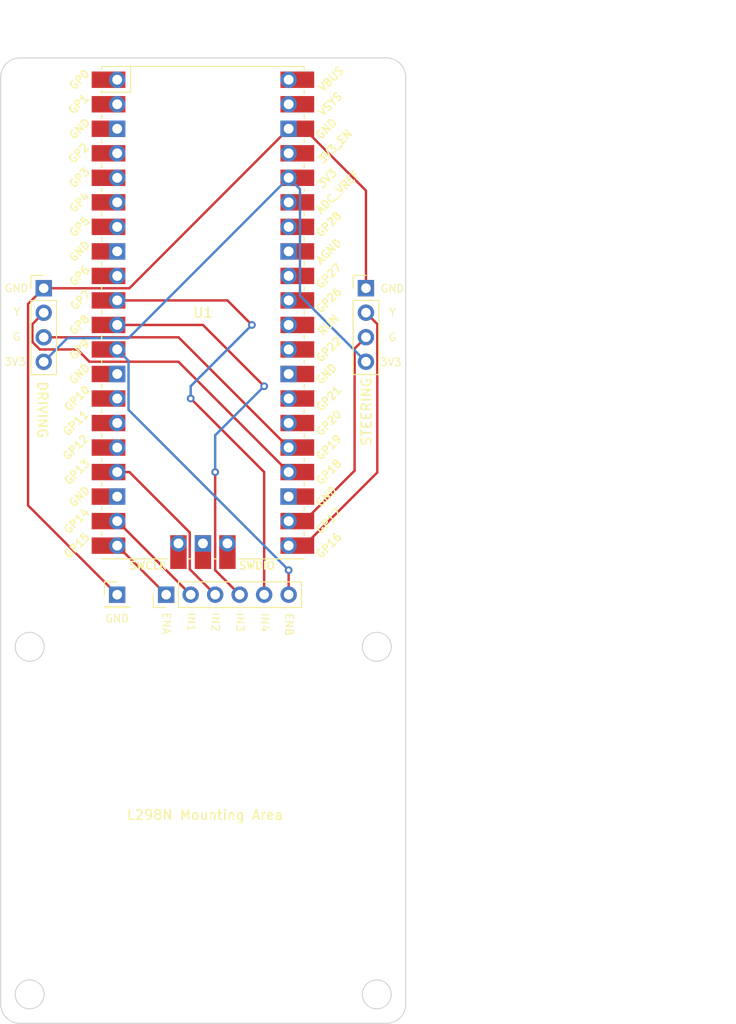
<source format=kicad_pcb>
(kicad_pcb (version 20221018) (generator pcbnew)
  (layers (0 "F.Cu" signal) (31 "B.Cu" signal) (34 "B.Paste" user) (35 "F.Paste" user) (36 "B.SilkS" user "B.Silkscreen") (37 "F.SilkS" user "F.Silkscreen") (38 "B.Mask" user) (39 "F.Mask" user) (44 "Edge.Cuts" user))
  (net 0 "")
  (net 1 "/ENA")
  (net 2 "/IN1")
  (net 3 "/IN2")
  (net 4 "/IN3")
  (net 5 "/IN4")
  (net 6 "/ENB")
  (net 7 "GND")
  (net 8 "Net-(J2-Pin_3)")
  (net 9 "+3.3V")
  (net 41 "Net-(J2-Pin_2)")
  (net 42 "Net-(J1-Pin_2)")
  (net 43 "Net-(J1-Pin_3)")
  (footprint "RPi_Pico:RPi_Pico_SMD_TH" (layer "F.Cu") (at 140.97 72.39)
    (fp_text reference "U1" (at 0 0) (layer "F.SilkS"))
    (fp_text value "Pico")
    (fp_text user "VBUS" (at 13.3 -24.2 45) (layer "F.SilkS") (effects (font (size 0.8 0.8))))
    (fp_text user "GND" (at 12.8 19.05 45) (layer "F.SilkS") (effects (font (size 0.8 0.8))))
    (fp_text user "GP11" (at -13.2 11.43 45) (layer "F.SilkS") (effects (font (size 0.8 0.8))))
    (fp_text user "RUN" (at 13 1.27 45) (layer "F.SilkS") (effects (font (size 0.8 0.8))))
    (fp_text user "GP8" (at -12.8 1.27 45) (layer "F.SilkS") (effects (font (size 0.8 0.8))))
    (fp_text user "GND" (at -12.8 6.35 45) (layer "F.SilkS") (effects (font (size 0.8 0.8))))
    (fp_text user "GP18" (at 13.054 16.51 45) (layer "F.SilkS") (effects (font (size 0.8 0.8))))
    (fp_text user "3V3" (at 12.9 -13.9 45) (layer "F.SilkS") (effects (font (size 0.8 0.8))))
    (fp_text user "AGND" (at 13.054 -6.35 45) (layer "F.SilkS") (effects (font (size 0.8 0.8))))
    (fp_text user "GP21" (at 13.054 8.9 45) (layer "F.SilkS") (effects (font (size 0.8 0.8))))
    (fp_text user "GP4" (at -12.8 -11.43 45) (layer "F.SilkS") (effects (font (size 0.8 0.8))))
    (fp_text user "GP7" (at -12.7 -1.3 45) (layer "F.SilkS") (effects (font (size 0.8 0.8))))
    (fp_text user "GND" (at -12.8 -6.35 45) (layer "F.SilkS") (effects (font (size 0.8 0.8))))
    (fp_text user "GP27" (at 13.054 -3.8 45) (layer "F.SilkS") (effects (font (size 0.8 0.8))))
    (fp_text user "GND" (at -12.8 -19.05 45) (layer "F.SilkS") (effects (font (size 0.8 0.8))))
    (fp_text user "GP9" (at -12.8 3.81 45) (layer "F.SilkS") (effects (font (size 0.8 0.8))))
    (fp_text user "ADC_VREF" (at 14 -12.5 45) (layer "F.SilkS") (effects (font (size 0.8 0.8))))
    (fp_text user "GP26" (at 13.054 -1.27 45) (layer "F.SilkS") (effects (font (size 0.8 0.8))))
    (fp_text user "GP15" (at -13.054 24.13 45) (layer "F.SilkS") (effects (font (size 0.8 0.8))))
    (fp_text user "GP13" (at -13.054 16.51 45) (layer "F.SilkS") (effects (font (size 0.8 0.8))))
    (fp_text user "GP22" (at 13.054 3.81 45) (layer "F.SilkS") (effects (font (size 0.8 0.8))))
    (fp_text user "GP19" (at 13.054 13.97 45) (layer "F.SilkS") (effects (font (size 0.8 0.8))))
    (fp_text user "VSYS" (at 13.2 -21.59 45) (layer "F.SilkS") (effects (font (size 0.8 0.8))))
    (fp_text user "GP10" (at -13.054 8.89 45) (layer "F.SilkS") (effects (font (size 0.8 0.8))))
    (fp_text user "3V3_EN" (at 13.7 -17.2 45) (layer "F.SilkS") (effects (font (size 0.8 0.8))))
    (fp_text user "GP0" (at -12.8 -24.13 45) (layer "F.SilkS") (effects (font (size 0.8 0.8))))
    (fp_text user "GND" (at 12.8 -19.05 45) (layer "F.SilkS") (effects (font (size 0.8 0.8))))
    (fp_text user "GP14" (at -13.1 21.59 45) (layer "F.SilkS") (effects (font (size 0.8 0.8))))
    (fp_text user "GP6" (at -12.8 -3.81 45) (layer "F.SilkS") (effects (font (size 0.8 0.8))))
    (fp_text user "GND" (at 12.8 6.35 45) (layer "F.SilkS") (effects (font (size 0.8 0.8))))
    (fp_text user "SWDIO" (at 5.6 26.2) (layer "F.SilkS") (effects (font (size 0.8 0.8))))
    (fp_text user "GP17" (at 13.054 21.59 45) (layer "F.SilkS") (effects (font (size 0.8 0.8))))
    (fp_text user "GP5" (at -12.8 -8.89 45) (layer "F.SilkS") (effects (font (size 0.8 0.8))))
    (fp_text user "GP3" (at -12.8 -13.97 45) (layer "F.SilkS") (effects (font (size 0.8 0.8))))
    (fp_text user "GP28" (at 13.054 -9.144 45) (layer "F.SilkS") (effects (font (size 0.8 0.8))))
    (fp_text user "SWCLK" (at -5.7 26.2) (layer "F.SilkS") (effects (font (size 0.8 0.8))))
    (fp_text user "GP16" (at 13.054 24.13 45) (layer "F.SilkS") (effects (font (size 0.8 0.8))))
    (fp_text user "GND" (at -12.8 19.05 45) (layer "F.SilkS") (effects (font (size 0.8 0.8))))
    (fp_text user "GP20" (at 13.054 11.43 45) (layer "F.SilkS") (effects (font (size 0.8 0.8))))
    (fp_text user "GP12" (at -13.2 13.97 45) (layer "F.SilkS") (effects (font (size 0.8 0.8))))
    (fp_text user "GP2" (at -12.9 -16.51 45) (layer "F.SilkS") (effects (font (size 0.8 0.8))))
    (fp_text user "GP1" (at -12.9 -21.6 45) (layer "F.SilkS") (effects (font (size 0.8 0.8))))
    (fp_line (start -10.5 -25.5) (end -10.5 -25.2) (stroke (width 0.12)) (layer "F.SilkS"))
    (fp_line (start -10.5 -25.5) (end 10.5 -25.5) (stroke (width 0.12)) (layer "F.SilkS"))
    (fp_line (start -10.5 -23.1) (end -10.5 -22.7) (stroke (width 0.12)) (layer "F.SilkS"))
    (fp_line (start -10.5 -22.833) (end -7.493 -22.833) (stroke (width 0.12)) (layer "F.SilkS"))
    (fp_line (start -10.5 -20.5) (end -10.5 -20.1) (stroke (width 0.12)) (layer "F.SilkS"))
    (fp_line (start -10.5 -18) (end -10.5 -17.6) (stroke (width 0.12)) (layer "F.SilkS"))
    (fp_line (start -10.5 -15.4) (end -10.5 -15) (stroke (width 0.12)) (layer "F.SilkS"))
    (fp_line (start -10.5 -12.9) (end -10.5 -12.5) (stroke (width 0.12)) (layer "F.SilkS"))
    (fp_line (start -10.5 -10.4) (end -10.5 -10) (stroke (width 0.12)) (layer "F.SilkS"))
    (fp_line (start -10.5 -7.8) (end -10.5 -7.4) (stroke (width 0.12)) (layer "F.SilkS"))
    (fp_line (start -10.5 -5.3) (end -10.5 -4.9) (stroke (width 0.12)) (layer "F.SilkS"))
    (fp_line (start -10.5 -2.7) (end -10.5 -2.3) (stroke (width 0.12)) (layer "F.SilkS"))
    (fp_line (start -10.5 -0.2) (end -10.5 0.2) (stroke (width 0.12)) (layer "F.SilkS"))
    (fp_line (start -10.5 2.3) (end -10.5 2.7) (stroke (width 0.12)) (layer "F.SilkS"))
    (fp_line (start -10.5 4.9) (end -10.5 5.3) (stroke (width 0.12)) (layer "F.SilkS"))
    (fp_line (start -10.5 7.4) (end -10.5 7.8) (stroke (width 0.12)) (layer "F.SilkS"))
    (fp_line (start -10.5 10) (end -10.5 10.4) (stroke (width 0.12)) (layer "F.SilkS"))
    (fp_line (start -10.5 12.5) (end -10.5 12.9) (stroke (width 0.12)) (layer "F.SilkS"))
    (fp_line (start -10.5 15.1) (end -10.5 15.5) (stroke (width 0.12)) (layer "F.SilkS"))
    (fp_line (start -10.5 17.6) (end -10.5 18) (stroke (width 0.12)) (layer "F.SilkS"))
    (fp_line (start -10.5 20.1) (end -10.5 20.5) (stroke (width 0.12)) (layer "F.SilkS"))
    (fp_line (start -10.5 22.7) (end -10.5 23.1) (stroke (width 0.12)) (layer "F.SilkS"))
    (fp_line (start -7.493 -22.833) (end -7.493 -25.5) (stroke (width 0.12)) (layer "F.SilkS"))
    (fp_line (start -3.7 25.5) (end -10.5 25.5) (stroke (width 0.12)) (layer "F.SilkS"))
    (fp_line (start -1.5 25.5) (end -1.1 25.5) (stroke (width 0.12)) (layer "F.SilkS"))
    (fp_line (start 1.1 25.5) (end 1.5 25.5) (stroke (width 0.12)) (layer "F.SilkS"))
    (fp_line (start 10.5 -25.5) (end 10.5 -25.2) (stroke (width 0.12)) (layer "F.SilkS"))
    (fp_line (start 10.5 -23.1) (end 10.5 -22.7) (stroke (width 0.12)) (layer "F.SilkS"))
    (fp_line (start 10.5 -20.5) (end 10.5 -20.1) (stroke (width 0.12)) (layer "F.SilkS"))
    (fp_line (start 10.5 -18) (end 10.5 -17.6) (stroke (width 0.12)) (layer "F.SilkS"))
    (fp_line (start 10.5 -15.4) (end 10.5 -15) (stroke (width 0.12)) (layer "F.SilkS"))
    (fp_line (start 10.5 -12.9) (end 10.5 -12.5) (stroke (width 0.12)) (layer "F.SilkS"))
    (fp_line (start 10.5 -10.4) (end 10.5 -10) (stroke (width 0.12)) (layer "F.SilkS"))
    (fp_line (start 10.5 -7.8) (end 10.5 -7.4) (stroke (width 0.12)) (layer "F.SilkS"))
    (fp_line (start 10.5 -5.3) (end 10.5 -4.9) (stroke (width 0.12)) (layer "F.SilkS"))
    (fp_line (start 10.5 -2.7) (end 10.5 -2.3) (stroke (width 0.12)) (layer "F.SilkS"))
    (fp_line (start 10.5 -0.2) (end 10.5 0.2) (stroke (width 0.12)) (layer "F.SilkS"))
    (fp_line (start 10.5 2.3) (end 10.5 2.7) (stroke (width 0.12)) (layer "F.SilkS"))
    (fp_line (start 10.5 4.9) (end 10.5 5.3) (stroke (width 0.12)) (layer "F.SilkS"))
    (fp_line (start 10.5 7.4) (end 10.5 7.8) (stroke (width 0.12)) (layer "F.SilkS"))
    (fp_line (start 10.5 10) (end 10.5 10.4) (stroke (width 0.12)) (layer "F.SilkS"))
    (fp_line (start 10.5 12.5) (end 10.5 12.9) (stroke (width 0.12)) (layer "F.SilkS"))
    (fp_line (start 10.5 15.1) (end 10.5 15.5) (stroke (width 0.12)) (layer "F.SilkS"))
    (fp_line (start 10.5 17.6) (end 10.5 18) (stroke (width 0.12)) (layer "F.SilkS"))
    (fp_line (start 10.5 20.1) (end 10.5 20.5) (stroke (width 0.12)) (layer "F.SilkS"))
    (fp_line (start 10.5 22.7) (end 10.5 23.1) (stroke (width 0.12)) (layer "F.SilkS"))
    (fp_line (start 10.5 25.5) (end 3.7 25.5) (stroke (width 0.12)) (layer "F.SilkS"))
    (pad "" np_thru_hole oval (at -2.725 -24) (size 1.8 1.8) (drill 1.8) (layers "*.Cu" "*.Mask"))
    (pad "" np_thru_hole oval (at -2.425 -20.97) (size 1.5 1.5) (drill 1.5) (layers "*.Cu" "*.Mask"))
    (pad "" np_thru_hole oval (at 2.425 -20.97) (size 1.5 1.5) (drill 1.5) (layers "*.Cu" "*.Mask"))
    (pad "" np_thru_hole oval (at 2.725 -24) (size 1.8 1.8) (drill 1.8) (layers "*.Cu" "*.Mask"))
    (pad "1" thru_hole oval (at -8.89 -24.13) (size 1.7 1.7) (drill 1.02) (layers "*.Cu" "*.Mask"))
    (pad "1" smd rect (at -8.89 -24.13) (size 3.5 1.7) (drill (offset -0.9 0)) (layers "F.Cu" "F.Mask"))
    (pad "2" thru_hole oval (at -8.89 -21.59) (size 1.7 1.7) (drill 1.02) (layers "*.Cu" "*.Mask"))
    (pad "2" smd rect (at -8.89 -21.59) (size 3.5 1.7) (drill (offset -0.9 0)) (layers "F.Cu" "F.Mask"))
    (pad "3" thru_hole rect (at -8.89 -19.05) (size 1.7 1.7) (drill 1.02) (layers "*.Cu" "*.Mask"))
    (pad "3" smd rect (at -8.89 -19.05) (size 3.5 1.7) (drill (offset -0.9 0)) (layers "F.Cu" "F.Mask"))
    (pad "4" thru_hole oval (at -8.89 -16.51) (size 1.7 1.7) (drill 1.02) (layers "*.Cu" "*.Mask"))
    (pad "4" smd rect (at -8.89 -16.51) (size 3.5 1.7) (drill (offset -0.9 0)) (layers "F.Cu" "F.Mask"))
    (pad "5" thru_hole oval (at -8.89 -13.97) (size 1.7 1.7) (drill 1.02) (layers "*.Cu" "*.Mask"))
    (pad "5" smd rect (at -8.89 -13.97) (size 3.5 1.7) (drill (offset -0.9 0)) (layers "F.Cu" "F.Mask"))
    (pad "6" thru_hole oval (at -8.89 -11.43) (size 1.7 1.7) (drill 1.02) (layers "*.Cu" "*.Mask"))
    (pad "6" smd rect (at -8.89 -11.43) (size 3.5 1.7) (drill (offset -0.9 0)) (layers "F.Cu" "F.Mask"))
    (pad "7" thru_hole oval (at -8.89 -8.89) (size 1.7 1.7) (drill 1.02) (layers "*.Cu" "*.Mask"))
    (pad "7" smd rect (at -8.89 -8.89) (size 3.5 1.7) (drill (offset -0.9 0)) (layers "F.Cu" "F.Mask"))
    (pad "8" thru_hole rect (at -8.89 -6.35) (size 1.7 1.7) (drill 1.02) (layers "*.Cu" "*.Mask"))
    (pad "8" smd rect (at -8.89 -6.35) (size 3.5 1.7) (drill (offset -0.9 0)) (layers "F.Cu" "F.Mask"))
    (pad "9" thru_hole oval (at -8.89 -3.81) (size 1.7 1.7) (drill 1.02) (layers "*.Cu" "*.Mask"))
    (pad "9" smd rect (at -8.89 -3.81) (size 3.5 1.7) (drill (offset -0.9 0)) (layers "F.Cu" "F.Mask"))
    (pad "10" thru_hole oval (at -8.89 -1.27) (size 1.7 1.7) (drill 1.02) (layers "*.Cu" "*.Mask") (net 5 "/IN4"))
    (pad "10" smd rect (at -8.89 -1.27) (size 3.5 1.7) (drill (offset -0.9 0)) (layers "F.Cu" "F.Mask") (net 5 "/IN4"))
    (pad "11" thru_hole oval (at -8.89 1.27) (size 1.7 1.7) (drill 1.02) (layers "*.Cu" "*.Mask") (net 4 "/IN3"))
    (pad "11" smd rect (at -8.89 1.27) (size 3.5 1.7) (drill (offset -0.9 0)) (layers "F.Cu" "F.Mask") (net 4 "/IN3"))
    (pad "12" thru_hole oval (at -8.89 3.81) (size 1.7 1.7) (drill 1.02) (layers "*.Cu" "*.Mask") (net 6 "/ENB"))
    (pad "12" smd rect (at -8.89 3.81) (size 3.5 1.7) (drill (offset -0.9 0)) (layers "F.Cu" "F.Mask") (net 6 "/ENB"))
    (pad "13" thru_hole rect (at -8.89 6.35) (size 1.7 1.7) (drill 1.02) (layers "*.Cu" "*.Mask"))
    (pad "13" smd rect (at -8.89 6.35) (size 3.5 1.7) (drill (offset -0.9 0)) (layers "F.Cu" "F.Mask"))
    (pad "14" thru_hole oval (at -8.89 8.89) (size 1.7 1.7) (drill 1.02) (layers "*.Cu" "*.Mask"))
    (pad "14" smd rect (at -8.89 8.89) (size 3.5 1.7) (drill (offset -0.9 0)) (layers "F.Cu" "F.Mask"))
    (pad "15" thru_hole oval (at -8.89 11.43) (size 1.7 1.7) (drill 1.02) (layers "*.Cu" "*.Mask"))
    (pad "15" smd rect (at -8.89 11.43) (size 3.5 1.7) (drill (offset -0.9 0)) (layers "F.Cu" "F.Mask"))
    (pad "16" thru_hole oval (at -8.89 13.97) (size 1.7 1.7) (drill 1.02) (layers "*.Cu" "*.Mask"))
    (pad "16" smd rect (at -8.89 13.97) (size 3.5 1.7) (drill (offset -0.9 0)) (layers "F.Cu" "F.Mask"))
    (pad "17" thru_hole oval (at -8.89 16.51) (size 1.7 1.7) (drill 1.02) (layers "*.Cu" "*.Mask") (net 3 "/IN2"))
    (pad "17" smd rect (at -8.89 16.51) (size 3.5 1.7) (drill (offset -0.9 0)) (layers "F.Cu" "F.Mask") (net 3 "/IN2"))
    (pad "18" thru_hole rect (at -8.89 19.05) (size 1.7 1.7) (drill 1.02) (layers "*.Cu" "*.Mask"))
    (pad "18" smd rect (at -8.89 19.05) (size 3.5 1.7) (drill (offset -0.9 0)) (layers "F.Cu" "F.Mask"))
    (pad "19" thru_hole oval (at -8.89 21.59) (size 1.7 1.7) (drill 1.02) (layers "*.Cu" "*.Mask") (net 2 "/IN1"))
    (pad "19" smd rect (at -8.89 21.59) (size 3.5 1.7) (drill (offset -0.9 0)) (layers "F.Cu" "F.Mask") (net 2 "/IN1"))
    (pad "20" thru_hole oval (at -8.89 24.13) (size 1.7 1.7) (drill 1.02) (layers "*.Cu" "*.Mask") (net 1 "/ENA"))
    (pad "20" smd rect (at -8.89 24.13) (size 3.5 1.7) (drill (offset -0.9 0)) (layers "F.Cu" "F.Mask") (net 1 "/ENA"))
    (pad "21" thru_hole oval (at 8.89 24.13) (size 1.7 1.7) (drill 1.02) (layers "*.Cu" "*.Mask") (net 42 "Net-(J1-Pin_2)"))
    (pad "21" smd rect (at 8.89 24.13) (size 3.5 1.7) (drill (offset 0.9 0)) (layers "F.Cu" "F.Mask") (net 42 "Net-(J1-Pin_2)"))
    (pad "22" thru_hole oval (at 8.89 21.59) (size 1.7 1.7) (drill 1.02) (layers "*.Cu" "*.Mask") (net 43 "Net-(J1-Pin_3)"))
    (pad "22" smd rect (at 8.89 21.59) (size 3.5 1.7) (drill (offset 0.9 0)) (layers "F.Cu" "F.Mask") (net 43 "Net-(J1-Pin_3)"))
    (pad "23" thru_hole rect (at 8.89 19.05) (size 1.7 1.7) (drill 1.02) (layers "*.Cu" "*.Mask"))
    (pad "23" smd rect (at 8.89 19.05) (size 3.5 1.7) (drill (offset 0.9 0)) (layers "F.Cu" "F.Mask"))
    (pad "24" thru_hole oval (at 8.89 16.51) (size 1.7 1.7) (drill 1.02) (layers "*.Cu" "*.Mask") (net 41 "Net-(J2-Pin_2)"))
    (pad "24" smd rect (at 8.89 16.51) (size 3.5 1.7) (drill (offset 0.9 0)) (layers "F.Cu" "F.Mask") (net 41 "Net-(J2-Pin_2)"))
    (pad "25" thru_hole oval (at 8.89 13.97) (size 1.7 1.7) (drill 1.02) (layers "*.Cu" "*.Mask") (net 8 "Net-(J2-Pin_3)"))
    (pad "25" smd rect (at 8.89 13.97) (size 3.5 1.7) (drill (offset 0.9 0)) (layers "F.Cu" "F.Mask") (net 8 "Net-(J2-Pin_3)"))
    (pad "26" thru_hole oval (at 8.89 11.43) (size 1.7 1.7) (drill 1.02) (layers "*.Cu" "*.Mask"))
    (pad "26" smd rect (at 8.89 11.43) (size 3.5 1.7) (drill (offset 0.9 0)) (layers "F.Cu" "F.Mask"))
    (pad "27" thru_hole oval (at 8.89 8.89) (size 1.7 1.7) (drill 1.02) (layers "*.Cu" "*.Mask"))
    (pad "27" smd rect (at 8.89 8.89) (size 3.5 1.7) (drill (offset 0.9 0)) (layers "F.Cu" "F.Mask"))
    (pad "28" thru_hole rect (at 8.89 6.35) (size 1.7 1.7) (drill 1.02) (layers "*.Cu" "*.Mask"))
    (pad "28" smd rect (at 8.89 6.35) (size 3.5 1.7) (drill (offset 0.9 0)) (layers "F.Cu" "F.Mask"))
    (pad "29" thru_hole oval (at 8.89 3.81) (size 1.7 1.7) (drill 1.02) (layers "*.Cu" "*.Mask"))
    (pad "29" smd rect (at 8.89 3.81) (size 3.5 1.7) (drill (offset 0.9 0)) (layers "F.Cu" "F.Mask"))
    (pad "30" thru_hole oval (at 8.89 1.27) (size 1.7 1.7) (drill 1.02) (layers "*.Cu" "*.Mask"))
    (pad "30" smd rect (at 8.89 1.27) (size 3.5 1.7) (drill (offset 0.9 0)) (layers "F.Cu" "F.Mask"))
    (pad "31" thru_hole oval (at 8.89 -1.27) (size 1.7 1.7) (drill 1.02) (layers "*.Cu" "*.Mask"))
    (pad "31" smd rect (at 8.89 -1.27) (size 3.5 1.7) (drill (offset 0.9 0)) (layers "F.Cu" "F.Mask"))
    (pad "32" thru_hole oval (at 8.89 -3.81) (size 1.7 1.7) (drill 1.02) (layers "*.Cu" "*.Mask"))
    (pad "32" smd rect (at 8.89 -3.81) (size 3.5 1.7) (drill (offset 0.9 0)) (layers "F.Cu" "F.Mask"))
    (pad "33" thru_hole rect (at 8.89 -6.35) (size 1.7 1.7) (drill 1.02) (layers "*.Cu" "*.Mask"))
    (pad "33" smd rect (at 8.89 -6.35) (size 3.5 1.7) (drill (offset 0.9 0)) (layers "F.Cu" "F.Mask"))
    (pad "34" thru_hole oval (at 8.89 -8.89) (size 1.7 1.7) (drill 1.02) (layers "*.Cu" "*.Mask"))
    (pad "34" smd rect (at 8.89 -8.89) (size 3.5 1.7) (drill (offset 0.9 0)) (layers "F.Cu" "F.Mask"))
    (pad "35" thru_hole oval (at 8.89 -11.43) (size 1.7 1.7) (drill 1.02) (layers "*.Cu" "*.Mask"))
    (pad "35" smd rect (at 8.89 -11.43) (size 3.5 1.7) (drill (offset 0.9 0)) (layers "F.Cu" "F.Mask"))
    (pad "36" thru_hole oval (at 8.89 -13.97) (size 1.7 1.7) (drill 1.02) (layers "*.Cu" "*.Mask") (net 9 "+3.3V"))
    (pad "36" smd rect (at 8.89 -13.97) (size 3.5 1.7) (drill (offset 0.9 0)) (layers "F.Cu" "F.Mask") (net 9 "+3.3V"))
    (pad "37" thru_hole oval (at 8.89 -16.51) (size 1.7 1.7) (drill 1.02) (layers "*.Cu" "*.Mask"))
    (pad "37" smd rect (at 8.89 -16.51) (size 3.5 1.7) (drill (offset 0.9 0)) (layers "F.Cu" "F.Mask"))
    (pad "38" thru_hole rect (at 8.89 -19.05) (size 1.7 1.7) (drill 1.02) (layers "*.Cu" "*.Mask") (net 7 "GND"))
    (pad "38" smd rect (at 8.89 -19.05) (size 3.5 1.7) (drill (offset 0.9 0)) (layers "F.Cu" "F.Mask") (net 7 "GND"))
    (pad "39" thru_hole oval (at 8.89 -21.59) (size 1.7 1.7) (drill 1.02) (layers "*.Cu" "*.Mask"))
    (pad "39" smd rect (at 8.89 -21.59) (size 3.5 1.7) (drill (offset 0.9 0)) (layers "F.Cu" "F.Mask"))
    (pad "40" thru_hole oval (at 8.89 -24.13) (size 1.7 1.7) (drill 1.02) (layers "*.Cu" "*.Mask"))
    (pad "40" smd rect (at 8.89 -24.13) (size 3.5 1.7) (drill (offset 0.9 0)) (layers "F.Cu" "F.Mask"))
    (pad "41" thru_hole oval (at -2.54 23.9) (size 1.7 1.7) (drill 1.02) (layers "*.Cu" "*.Mask"))
    (pad "41" smd rect (at -2.54 23.9 90) (size 3.5 1.7) (drill (offset -0.9 0)) (layers "F.Cu" "F.Mask"))
    (pad "42" thru_hole rect (at 0 23.9) (size 1.7 1.7) (drill 1.02) (layers "*.Cu" "*.Mask"))
    (pad "42" smd rect (at 0 23.9 90) (size 3.5 1.7) (drill (offset -0.9 0)) (layers "F.Cu" "F.Mask"))
    (pad "43" thru_hole oval (at 2.54 23.9) (size 1.7 1.7) (drill 1.02) (layers "*.Cu" "*.Mask"))
    (pad "43" smd rect (at 2.54 23.9 90) (size 3.5 1.7) (drill (offset -0.9 0)) (layers "F.Cu" "F.Mask"))
  )
  (footprint "Connector_PinHeader_2.54mm:PinHeader_1x01_P2.54mm_Vertical" (layer "F.Cu") (at 132.08 101.6)
    (fp_text reference "J3" hide)
    (fp_text value "GND_BRIDGE")
    (fp_line (start -1.33 -1.33) (end 0 -1.33) (stroke (width 0.12)) (layer "F.SilkS"))
    (fp_line (start -1.33 0) (end -1.33 -1.33) (stroke (width 0.12)) (layer "F.SilkS"))
    (fp_line (start -1.33 1.27) (end -1.33 1.33) (stroke (width 0.12)) (layer "F.SilkS"))
    (fp_line (start -1.33 1.27) (end 1.33 1.27) (stroke (width 0.12)) (layer "F.SilkS"))
    (fp_line (start -1.33 1.33) (end 1.33 1.33) (stroke (width 0.12)) (layer "F.SilkS"))
    (fp_line (start 1.33 1.27) (end 1.33 1.33) (stroke (width 0.12)) (layer "F.SilkS"))
    (pad "1" thru_hole rect (at 0 0) (size 1.7 1.7) (drill 1) (layers "*.Cu" "*.Mask") (net 7 "GND"))
  )
  (footprint "Connector_PinHeader_2.54mm:PinHeader_1x04_P2.54mm_Vertical" (layer "F.Cu") (at 157.875 69.85)
    (fp_text reference "J1" hide)
    (fp_text value "STEERING")
    (fp_line (start -1.33 -1.33) (end 0 -1.33) (stroke (width 0.12)) (layer "F.SilkS"))
    (fp_line (start -1.33 0) (end -1.33 -1.33) (stroke (width 0.12)) (layer "F.SilkS"))
    (fp_line (start -1.33 1.27) (end -1.33 8.95) (stroke (width 0.12)) (layer "F.SilkS"))
    (fp_line (start -1.33 1.27) (end 1.33 1.27) (stroke (width 0.12)) (layer "F.SilkS"))
    (fp_line (start -1.33 8.95) (end 1.33 8.95) (stroke (width 0.12)) (layer "F.SilkS"))
    (fp_line (start 1.33 1.27) (end 1.33 8.95) (stroke (width 0.12)) (layer "F.SilkS"))
    (pad "1" thru_hole rect (at 0 0) (size 1.7 1.7) (drill 1) (layers "*.Cu" "*.Mask") (net 7 "GND"))
    (pad "2" thru_hole oval (at 0 2.54) (size 1.7 1.7) (drill 1) (layers "*.Cu" "*.Mask") (net 42 "Net-(J1-Pin_2)"))
    (pad "3" thru_hole oval (at 0 5.08) (size 1.7 1.7) (drill 1) (layers "*.Cu" "*.Mask") (net 43 "Net-(J1-Pin_3)"))
    (pad "4" thru_hole oval (at 0 7.62) (size 1.7 1.7) (drill 1) (layers "*.Cu" "*.Mask") (net 9 "+3.3V"))
  )
  (footprint "Connector_PinHeader_2.54mm:PinHeader_1x04_P2.54mm_Vertical" (layer "F.Cu") (at 124.46 69.86)
    (fp_text reference "J2" hide)
    (fp_text value "DRIVING")
    (fp_line (start -1.33 -1.33) (end 0 -1.33) (stroke (width 0.12)) (layer "F.SilkS"))
    (fp_line (start -1.33 0) (end -1.33 -1.33) (stroke (width 0.12)) (layer "F.SilkS"))
    (fp_line (start -1.33 1.27) (end -1.33 8.95) (stroke (width 0.12)) (layer "F.SilkS"))
    (fp_line (start -1.33 1.27) (end 1.33 1.27) (stroke (width 0.12)) (layer "F.SilkS"))
    (fp_line (start -1.33 8.95) (end 1.33 8.95) (stroke (width 0.12)) (layer "F.SilkS"))
    (fp_line (start 1.33 1.27) (end 1.33 8.95) (stroke (width 0.12)) (layer "F.SilkS"))
    (pad "1" thru_hole rect (at 0 0) (size 1.7 1.7) (drill 1) (layers "*.Cu" "*.Mask") (net 7 "GND"))
    (pad "2" thru_hole oval (at 0 2.54) (size 1.7 1.7) (drill 1) (layers "*.Cu" "*.Mask") (net 41 "Net-(J2-Pin_2)"))
    (pad "3" thru_hole oval (at 0 5.08) (size 1.7 1.7) (drill 1) (layers "*.Cu" "*.Mask") (net 8 "Net-(J2-Pin_3)"))
    (pad "4" thru_hole oval (at 0 7.62) (size 1.7 1.7) (drill 1) (layers "*.Cu" "*.Mask") (net 9 "+3.3V"))
  )
  (footprint "Connector_PinHeader_2.54mm:PinHeader_1x06_P2.54mm_Vertical" (layer "F.Cu") (at 137.16 101.6 90)
    (fp_text reference "J4" hide)
    (fp_text value "H_BRIDGE - Pins")
    (fp_line (start -1.33 -1.33) (end 0 -1.33) (stroke (width 0.12)) (layer "F.SilkS"))
    (fp_line (start -1.33 0) (end -1.33 -1.33) (stroke (width 0.12)) (layer "F.SilkS"))
    (fp_line (start -1.33 1.27) (end -1.33 14.03) (stroke (width 0.12)) (layer "F.SilkS"))
    (fp_line (start -1.33 1.27) (end 1.33 1.27) (stroke (width 0.12)) (layer "F.SilkS"))
    (fp_line (start -1.33 14.03) (end 1.33 14.03) (stroke (width 0.12)) (layer "F.SilkS"))
    (fp_line (start 1.33 1.27) (end 1.33 14.03) (stroke (width 0.12)) (layer "F.SilkS"))
    (pad "1" thru_hole rect (at 0 0 90) (size 1.7 1.7) (drill 1) (layers "*.Cu" "*.Mask") (net 1 "/ENA"))
    (pad "2" thru_hole oval (at 0 2.54 90) (size 1.7 1.7) (drill 1) (layers "*.Cu" "*.Mask") (net 2 "/IN1"))
    (pad "3" thru_hole oval (at 0 5.08 90) (size 1.7 1.7) (drill 1) (layers "*.Cu" "*.Mask") (net 3 "/IN2"))
    (pad "4" thru_hole oval (at 0 7.62 90) (size 1.7 1.7) (drill 1) (layers "*.Cu" "*.Mask") (net 4 "/IN3"))
    (pad "5" thru_hole oval (at 0 10.16 90) (size 1.7 1.7) (drill 1) (layers "*.Cu" "*.Mask") (net 5 "/IN4"))
    (pad "6" thru_hole oval (at 0 12.7 90) (size 1.7 1.7) (drill 1) (layers "*.Cu" "*.Mask") (net 6 "/ENB"))
  )
  (gr_arc (start 120 48) (mid 120.585786 46.585786) (end 122 46) (stroke (width 0.1)) (layer "Edge.Cuts"))
  (gr_circle (center 123 107) (end 124.5 107) (stroke (width 0.1)) (fill none) (layer "Edge.Cuts"))
  (gr_arc (start 122 146) (mid 120.585786 145.414214) (end 120 144) (stroke (width 0.1)) (layer "Edge.Cuts"))
  (gr_line (start 160 146) (end 122 146) (stroke (width 0.1)) (layer "Edge.Cuts"))
  (gr_arc (start 162 144) (mid 161.414214 145.414214) (end 160 146) (stroke (width 0.1)) (layer "Edge.Cuts"))
  (gr_arc (start 160 46) (mid 161.414214 46.585786) (end 162 48) (stroke (width 0.1)) (layer "Edge.Cuts"))
  (gr_line (start 122 46) (end 160 46) (stroke (width 0.1)) (layer "Edge.Cuts"))
  (gr_line (start 162 48) (end 162 144) (stroke (width 0.1)) (layer "Edge.Cuts"))
  (gr_line (start 120 144) (end 120 48) (stroke (width 0.1)) (layer "Edge.Cuts"))
  (gr_circle (center 159 107) (end 160.5 107) (stroke (width 0.1)) (fill none) (layer "Edge.Cuts"))
  (gr_circle (center 123 143) (end 124.5 143) (stroke (width 0.1)) (fill none) (layer "Edge.Cuts"))
  (gr_circle (center 159 143) (end 160.5 143) (stroke (width 0.1)) (fill none) (layer "Edge.Cuts"))
  (gr_text "ENB" (at 149.436844 103.440002 270) (layer "F.SilkS") (effects (font (size 0.8 0.8) (thickness 0.1)) (justify left bottom)))
  (gr_text "ENA" (at 136.707668 103.396925 270) (layer "F.SilkS") (effects (font (size 0.8 0.8) (thickness 0.1)) (justify left bottom)))
  (gr_text "GND" (at 120.353848 70.323075) (layer "F.SilkS") (effects (font (size 0.8 0.8) (thickness 0.1)) (justify left bottom)))
  (gr_text "Y" (at 121.25846 72.778449) (layer "F.SilkS") (effects (font (size 0.8 0.8) (thickness 0.1)) (justify left bottom)))
  (gr_text "IN4" (at 146.916855 103.418464 270) (layer "F.SilkS") (effects (font (size 0.8 0.8) (thickness 0.1)) (justify left bottom)))
  (gr_text "G" (at 121.193845 75.363054) (layer "F.SilkS") (effects (font (size 0.8 0.8) (thickness 0.1)) (justify left bottom)))
  (gr_text "L298N Mounting Area" (at 133 125) (layer "F.SilkS") (effects (font (size 1 1)) (justify left bottom)))
  (gr_text "DRIVING" (at 123.741539 79.418464 -90) (layer "F.SilkS") (effects (font (size 1 1)) (justify left bottom)))
  (gr_text "G" (at 160.173231 75.403198) (layer "F.SilkS") (effects (font (size 0.8 0.8) (thickness 0.1)) (justify left bottom)))
  (gr_text "IN2" (at 141.812261 103.375387 270) (layer "F.SilkS") (effects (font (size 0.8 0.8) (thickness 0.1)) (justify left bottom)))
  (gr_text "3V3" (at 120.310772 77.947658) (layer "F.SilkS") (effects (font (size 0.8 0.8) (thickness 0.1)) (justify left bottom)))
  (gr_text "IN3" (at 144.353789 103.396925 270) (layer "F.SilkS") (effects (font (size 0.8 0.8) (thickness 0.1)) (justify left bottom)))
  (gr_text "3V3" (at 159.290158 77.987802) (layer "F.SilkS") (effects (font (size 0.8 0.8) (thickness 0.1)) (justify left bottom)))
  (gr_text "GND" (at 159.333234 70.363219) (layer "F.SilkS") (effects (font (size 0.8 0.8) (thickness 0.1)) (justify left bottom)))
  (gr_text "IN1" (at 139.292272 103.375387 270) (layer "F.SilkS") (effects (font (size 0.8 0.8) (thickness 0.1)) (justify left bottom)))
  (gr_text "GND" (at 130.784616 104.538459) (layer "F.SilkS") (effects (font (size 0.8 0.8) (thickness 0.1)) (justify left bottom)))
  (gr_text "STEERING" (at 158.510653 86.267394 90) (layer "F.SilkS") (effects (font (size 1 1)) (justify left bottom)))
  (gr_text "Y" (at 160.237846 72.818593) (layer "F.SilkS") (effects (font (size 0.8 0.8) (thickness 0.1)) (justify left bottom)))
  (segment (start 137.16 101.6) (end 132.08 96.52) (width 0.25) (layer "F.Cu") (net 1))
  (segment (start 139.7 101.6) (end 132.08 93.98) (width 0.25) (layer "F.Cu") (net 2))
  (segment (start 133.35 88.9) (end 132.08 88.9) (width 0.25) (layer "F.Cu") (net 3))
  (segment (start 139.605 98.965) (end 139.605 95.155) (width 0.25) (layer "F.Cu") (net 3))
  (segment (start 142.24 101.6) (end 139.605 98.965) (width 0.25) (layer "F.Cu") (net 3))
  (segment (start 139.605 95.155) (end 133.35 88.9) (width 0.25) (layer "F.Cu") (net 3))
  (segment (start 140.97 73.66) (end 132.08 73.66) (width 0.25) (layer "F.Cu") (net 4))
  (segment (start 144.78 101.6) (end 142.24 99.06) (width 0.25) (layer "F.Cu") (net 4))
  (segment (start 142.24 99.06) (end 142.24 88.9) (width 0.25) (layer "F.Cu") (net 4))
  (segment (start 147.32 80.01) (end 140.97 73.66) (width 0.25) (layer "F.Cu") (net 4))
  (via (at 142.24 88.9) (size 0.8) (drill 0.4) (layers "F.Cu" "B.Cu") (net 4))
  (via (at 147.32 80.01) (size 0.8) (drill 0.4) (layers "F.Cu" "B.Cu") (net 4))
  (segment (start 142.24 88.9) (end 142.24 85.09) (width 0.25) (layer "B.Cu") (net 4))
  (segment (start 142.24 85.09) (end 147.32 80.01) (width 0.25) (layer "B.Cu") (net 4))
  (segment (start 147.32 88.9) (end 139.7 81.28) (width 0.25) (layer "F.Cu") (net 5))
  (segment (start 143.51 71.12) (end 132.08 71.12) (width 0.25) (layer "F.Cu") (net 5))
  (segment (start 147.32 101.6) (end 147.32 88.9) (width 0.25) (layer "F.Cu") (net 5))
  (segment (start 146.05 73.66) (end 143.51 71.12) (width 0.25) (layer "F.Cu") (net 5))
  (via (at 146.05 73.66) (size 0.8) (drill 0.4) (layers "F.Cu" "B.Cu") (net 5))
  (via (at 139.7 81.28) (size 0.8) (drill 0.4) (layers "F.Cu" "B.Cu") (net 5))
  (segment (start 139.7 80.01) (end 146.05 73.66) (width 0.25) (layer "B.Cu") (net 5))
  (segment (start 139.7 81.28) (end 139.7 80.01) (width 0.25) (layer "B.Cu") (net 5))
  (segment (start 149.86 101.6) (end 149.86 99.06) (width 0.25) (layer "F.Cu") (net 6))
  (via (at 149.86 99.06) (size 0.8) (drill 0.4) (layers "F.Cu" "B.Cu") (net 6))
  (segment (start 149.86 99.06) (end 133.255 82.455) (width 0.25) (layer "B.Cu") (net 6))
  (segment (start 133.255 82.455) (end 133.255 77.375) (width 0.25) (layer "B.Cu") (net 6))
  (segment (start 133.255 77.375) (end 132.08 76.2) (width 0.25) (layer "B.Cu") (net 6))
  (segment (start 133.34 69.86) (end 149.86 53.34) (width 0.25) (layer "F.Cu") (net 7))
  (segment (start 157.875 69.85) (end 157.875 59.745) (width 0.25) (layer "F.Cu") (net 7))
  (segment (start 151.47 53.34) (end 149.86 53.34) (width 0.25) (layer "F.Cu") (net 7))
  (segment (start 122.835 71.485) (end 124.46 69.86) (width 0.25) (layer "F.Cu") (net 7))
  (segment (start 132.08 101.6) (end 122.835 92.355) (width 0.25) (layer "F.Cu") (net 7))
  (segment (start 122.835 92.355) (end 122.835 71.485) (width 0.25) (layer "F.Cu") (net 7))
  (segment (start 124.46 69.86) (end 133.34 69.86) (width 0.25) (layer "F.Cu") (net 7))
  (segment (start 157.875 59.745) (end 151.47 53.34) (width 0.25) (layer "F.Cu") (net 7))
  (segment (start 124.46 74.94) (end 138.44 74.94) (width 0.25) (layer "F.Cu") (net 8))
  (segment (start 138.44 74.94) (end 149.86 86.36) (width 0.25) (layer "F.Cu") (net 8))
  (segment (start 149.86 58.42) (end 151.035 59.595) (width 0.25) (layer "B.Cu") (net 9))
  (segment (start 126.915 75.025) (end 124.46 77.48) (width 0.25) (layer "B.Cu") (net 9))
  (segment (start 149.86 58.42) (end 133.255 75.025) (width 0.25) (layer "B.Cu") (net 9))
  (segment (start 157.875 77.47) (end 151.035 70.63) (width 0.25) (layer "B.Cu") (net 9))
  (segment (start 133.255 75.025) (end 126.915 75.025) (width 0.25) (layer "B.Cu") (net 9))
  (segment (start 151.035 59.595) (end 151.035 70.63) (width 0.25) (layer "B.Cu") (net 9))
  (segment (start 124.46 72.4) (end 123.285 73.575) (width 0.25) (layer "F.Cu") (net 41))
  (segment (start 127.93 76.2) (end 129.2 77.47) (width 0.25) (layer "F.Cu") (net 41))
  (segment (start 123.285 75.426701) (end 124.058299 76.2) (width 0.25) (layer "F.Cu") (net 41))
  (segment (start 124.058299 76.2) (end 127.93 76.2) (width 0.25) (layer "F.Cu") (net 41))
  (segment (start 129.2 77.47) (end 138.43 77.47) (width 0.25) (layer "F.Cu") (net 41))
  (segment (start 138.43 77.47) (end 149.86 88.9) (width 0.25) (layer "F.Cu") (net 41))
  (segment (start 123.285 73.575) (end 123.285 75.426701) (width 0.25) (layer "F.Cu") (net 41))
  (segment (start 151.47 96.52) (end 159.05 88.94) (width 0.25) (layer "F.Cu") (net 42))
  (segment (start 149.86 96.52) (end 151.47 96.52) (width 0.25) (layer "F.Cu") (net 42))
  (segment (start 159.05 73.565) (end 157.875 72.39) (width 0.25) (layer "F.Cu") (net 42))
  (segment (start 159.05 88.94) (end 159.05 73.565) (width 0.25) (layer "F.Cu") (net 42))
  (segment (start 156.7 88.75) (end 156.7 76.105) (width 0.25) (layer "F.Cu") (net 43))
  (segment (start 149.86 93.98) (end 151.47 93.98) (width 0.25) (layer "F.Cu") (net 43))
  (segment (start 156.7 76.105) (end 157.875 74.93) (width 0.25) (layer "F.Cu") (net 43))
  (segment (start 151.47 93.98) (end 156.7 88.75) (width 0.25) (layer "F.Cu") (net 43))
)
</source>
